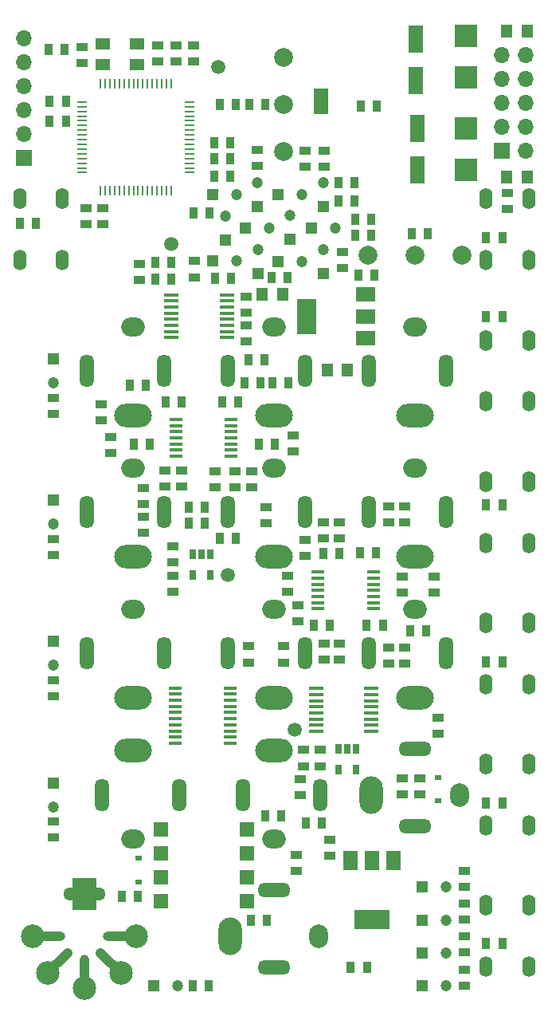
<source format=gbs>
G04 #@! TF.FileFunction,Soldermask,Bot*
%FSLAX46Y46*%
G04 Gerber Fmt 4.6, Leading zero omitted, Abs format (unit mm)*
G04 Created by KiCad (PCBNEW 4.0.2-stable) date 2017-03-21 6:26:13 PM*
%MOMM*%
G01*
G04 APERTURE LIST*
%ADD10C,0.200000*%
%ADD11R,1.700000X1.700000*%
%ADD12O,1.700000X1.700000*%
%ADD13R,0.250000X1.000000*%
%ADD14R,1.000000X0.250000*%
%ADD15R,1.143000X0.812800*%
%ADD16R,1.143000X1.397000*%
%ADD17R,0.812800X1.143000*%
%ADD18R,1.600200X2.999740*%
%ADD19R,0.762000X0.609600*%
%ADD20R,2.397760X2.397760*%
%ADD21O,4.000000X2.500000*%
%ADD22O,2.500000X2.000000*%
%ADD23O,1.500000X3.500000*%
%ADD24O,2.500000X4.000000*%
%ADD25O,2.000000X2.500000*%
%ADD26O,3.500000X1.500000*%
%ADD27R,1.500000X1.500000*%
%ADD28R,1.600000X2.800000*%
%ADD29C,1.500000*%
%ADD30O,1.400000X2.200000*%
%ADD31O,1.400000X2.250000*%
%ADD32R,2.000000X3.800000*%
%ADD33R,2.000000X1.500000*%
%ADD34R,3.800000X2.000000*%
%ADD35R,1.500000X2.000000*%
%ADD36R,1.500000X0.450000*%
%ADD37R,1.450000X0.450000*%
%ADD38R,0.650000X1.060000*%
%ADD39R,1.500000X0.400000*%
%ADD40C,1.998980*%
%ADD41R,1.600000X1.250000*%
%ADD42R,1.200000X1.200000*%
%ADD43C,1.200000*%
%ADD44C,2.500000*%
%ADD45R,2.500000X3.500000*%
%ADD46O,4.500000X1.350000*%
%ADD47O,4.200000X1.000000*%
%ADD48O,1.000000X4.200000*%
%ADD49C,1.000000*%
G04 APERTURE END LIST*
D10*
D11*
X159500000Y-52200000D03*
D12*
X162040000Y-52200000D03*
X159500000Y-49660000D03*
X162040000Y-49660000D03*
X159500000Y-47120000D03*
X162040000Y-47120000D03*
X159500000Y-44580000D03*
X162040000Y-44580000D03*
X159500000Y-42040000D03*
X162040000Y-42040000D03*
D13*
X116850000Y-45100000D03*
X117350000Y-45100000D03*
X117850000Y-45100000D03*
X118350000Y-45100000D03*
X118850000Y-45100000D03*
X119350000Y-45100000D03*
X119850000Y-45100000D03*
X120350000Y-45100000D03*
X120850000Y-45100000D03*
X121350000Y-45100000D03*
X121850000Y-45100000D03*
X122350000Y-45100000D03*
X122850000Y-45100000D03*
X123350000Y-45100000D03*
X123850000Y-45100000D03*
X124350000Y-45100000D03*
D14*
X126300000Y-47050000D03*
X126300000Y-47550000D03*
X126300000Y-48050000D03*
X126300000Y-48550000D03*
X126300000Y-49050000D03*
X126300000Y-49550000D03*
X126300000Y-50050000D03*
X126300000Y-50550000D03*
X126300000Y-51050000D03*
X126300000Y-51550000D03*
X126300000Y-52050000D03*
X126300000Y-52550000D03*
X126300000Y-53050000D03*
X126300000Y-53550000D03*
X126300000Y-54050000D03*
X126300000Y-54550000D03*
D13*
X124350000Y-56500000D03*
X123850000Y-56500000D03*
X123350000Y-56500000D03*
X122850000Y-56500000D03*
X122350000Y-56500000D03*
X121850000Y-56500000D03*
X121350000Y-56500000D03*
X120850000Y-56500000D03*
X120350000Y-56500000D03*
X119850000Y-56500000D03*
X119350000Y-56500000D03*
X118850000Y-56500000D03*
X118350000Y-56500000D03*
X117850000Y-56500000D03*
X117350000Y-56500000D03*
X116850000Y-56500000D03*
D14*
X114900000Y-54550000D03*
X114900000Y-54050000D03*
X114900000Y-53550000D03*
X114900000Y-53050000D03*
X114900000Y-52550000D03*
X114900000Y-52050000D03*
X114900000Y-51550000D03*
X114900000Y-51050000D03*
X114900000Y-50550000D03*
X114900000Y-50050000D03*
X114900000Y-49550000D03*
X114900000Y-49050000D03*
X114900000Y-48550000D03*
X114900000Y-48050000D03*
X114900000Y-47550000D03*
X114900000Y-47050000D03*
D15*
X132300000Y-70749100D03*
X132300000Y-72450900D03*
D16*
X143079500Y-75500000D03*
X140920500Y-75500000D03*
D15*
X141250000Y-125399100D03*
X141250000Y-127100900D03*
D17*
X124350900Y-65900000D03*
X122649100Y-65900000D03*
X130750900Y-65800000D03*
X129049100Y-65800000D03*
D15*
X121000000Y-64249100D03*
X121000000Y-65950900D03*
D16*
X134020500Y-67500000D03*
X136179500Y-67500000D03*
D17*
X131450900Y-78900000D03*
X129749100Y-78900000D03*
D15*
X129000000Y-87950900D03*
X129000000Y-86249100D03*
X125500000Y-87850900D03*
X125500000Y-86149100D03*
D17*
X123749100Y-78900000D03*
X125450900Y-78900000D03*
D15*
X140200000Y-115849100D03*
X140200000Y-117550900D03*
X152750000Y-114100900D03*
X152750000Y-112399100D03*
X114900000Y-42950900D03*
X114900000Y-41249100D03*
X122900000Y-41049100D03*
X122900000Y-42750900D03*
D17*
X113050900Y-41500000D03*
X111349100Y-41500000D03*
X128949100Y-51400000D03*
X130650900Y-51400000D03*
D15*
X138600000Y-95250900D03*
X138600000Y-93549100D03*
X137800000Y-100449100D03*
X137800000Y-102150900D03*
X152300000Y-99150900D03*
X152300000Y-97449100D03*
D17*
X149749100Y-103200000D03*
X151450900Y-103200000D03*
X140549100Y-95000000D03*
X142250900Y-95000000D03*
X139549100Y-102600000D03*
X141250900Y-102600000D03*
X146150900Y-94900000D03*
X144449100Y-94900000D03*
X146850900Y-102600000D03*
X145149100Y-102600000D03*
D15*
X115300000Y-58349100D03*
X115300000Y-60050900D03*
D17*
X129549100Y-47300000D03*
X131250900Y-47300000D03*
X128949100Y-54900000D03*
X130650900Y-54900000D03*
X113150900Y-47000000D03*
X111449100Y-47000000D03*
X128949100Y-53100000D03*
X130650900Y-53100000D03*
D15*
X117100000Y-58349100D03*
X117100000Y-60050900D03*
X126700000Y-42750900D03*
X126700000Y-41049100D03*
D17*
X133649100Y-83400000D03*
X135350900Y-83400000D03*
X120349100Y-83400000D03*
X122050900Y-83400000D03*
D15*
X136700000Y-99050900D03*
X136700000Y-97349100D03*
X148900000Y-97449100D03*
X148900000Y-99150900D03*
X148900000Y-120550900D03*
X148900000Y-118849100D03*
X136300000Y-104849100D03*
X136300000Y-106550900D03*
X124500000Y-97349100D03*
X124500000Y-99050900D03*
X124500000Y-95950900D03*
X124500000Y-94249100D03*
D17*
X146250900Y-47500000D03*
X144549100Y-47500000D03*
D15*
X160100000Y-58450900D03*
X160100000Y-56749100D03*
D18*
X150400000Y-40400360D03*
X150400000Y-44799640D03*
X150500000Y-49900360D03*
X150500000Y-54299640D03*
D17*
X134350900Y-47300000D03*
X132649100Y-47300000D03*
X149949100Y-61000000D03*
X151650900Y-61000000D03*
X132849100Y-133900000D03*
X134550900Y-133900000D03*
D19*
X152700000Y-118755400D03*
X152700000Y-121244600D03*
X120900000Y-127355400D03*
X120900000Y-129844600D03*
D20*
X155700000Y-44399640D03*
X155700000Y-40000360D03*
X155700000Y-54299640D03*
X155700000Y-49900360D03*
D21*
X135300000Y-115900000D03*
D22*
X135300000Y-125300000D03*
D23*
X140200000Y-120600000D03*
X132000000Y-120600000D03*
D24*
X130600000Y-135600000D03*
D25*
X140000000Y-135600000D03*
D26*
X135300000Y-130700000D03*
X135300000Y-138900000D03*
D21*
X135300000Y-95300000D03*
D22*
X135300000Y-85900000D03*
D23*
X130400000Y-90600000D03*
X138600000Y-90600000D03*
D21*
X135300000Y-110300000D03*
D22*
X135300000Y-100900000D03*
D23*
X130400000Y-105600000D03*
X138600000Y-105600000D03*
D21*
X135300000Y-80300000D03*
D22*
X135300000Y-70900000D03*
D23*
X130400000Y-75600000D03*
X138600000Y-75600000D03*
D21*
X120300000Y-80300000D03*
D22*
X120300000Y-70900000D03*
D23*
X115400000Y-75600000D03*
X123600000Y-75600000D03*
D21*
X120300000Y-95300000D03*
D22*
X120300000Y-85900000D03*
D23*
X115400000Y-90600000D03*
X123600000Y-90600000D03*
D21*
X120300000Y-110300000D03*
D22*
X120300000Y-100900000D03*
D23*
X115400000Y-105600000D03*
X123600000Y-105600000D03*
D21*
X120300000Y-115900000D03*
D22*
X120300000Y-125300000D03*
D23*
X125200000Y-120600000D03*
X117000000Y-120600000D03*
D21*
X150300000Y-80300000D03*
D22*
X150300000Y-70900000D03*
D23*
X145400000Y-75600000D03*
X153600000Y-75600000D03*
D21*
X150300000Y-95300000D03*
D22*
X150300000Y-85900000D03*
D23*
X145400000Y-90600000D03*
X153600000Y-90600000D03*
D21*
X150300000Y-110300000D03*
D22*
X150300000Y-100900000D03*
D23*
X145400000Y-105600000D03*
X153600000Y-105600000D03*
D24*
X145600000Y-120600000D03*
D25*
X155000000Y-120600000D03*
D26*
X150300000Y-115700000D03*
X150300000Y-123900000D03*
D15*
X132300000Y-69450900D03*
X132300000Y-67749100D03*
X124900000Y-41049100D03*
X124900000Y-42750900D03*
D27*
X123228000Y-129370000D03*
X123228000Y-126830000D03*
X123228000Y-124290000D03*
X123228000Y-131910000D03*
X132372000Y-131910000D03*
X132372000Y-129370000D03*
X132372000Y-126830000D03*
X132372000Y-124290000D03*
D28*
X140250000Y-47000000D03*
D29*
X124400000Y-62100000D03*
X130400000Y-97300000D03*
X137500000Y-113700000D03*
D11*
X108700000Y-53000000D03*
D12*
X108700000Y-50460000D03*
X108700000Y-47920000D03*
X108700000Y-45380000D03*
X108700000Y-42840000D03*
X108700000Y-40300000D03*
D29*
X129400000Y-43300000D03*
D17*
X143449100Y-138900000D03*
X145150900Y-138900000D03*
X124350900Y-64100000D03*
X122649100Y-64100000D03*
X140350900Y-123600000D03*
X138649100Y-123600000D03*
X136050900Y-122800000D03*
X134349100Y-122800000D03*
D15*
X134400000Y-90049100D03*
X134400000Y-91750900D03*
X132600000Y-104849100D03*
X132600000Y-106550900D03*
D17*
X132549100Y-74400000D03*
X134250900Y-74400000D03*
D15*
X137300000Y-82449100D03*
X137300000Y-84150900D03*
X132900000Y-86249100D03*
X132900000Y-87950900D03*
X123700000Y-86149100D03*
X123700000Y-87850900D03*
X117900000Y-82649100D03*
X117900000Y-84350900D03*
D17*
X127950900Y-90100000D03*
X126249100Y-90100000D03*
X126249100Y-91800000D03*
X127950900Y-91800000D03*
D15*
X131100000Y-87950900D03*
X131100000Y-86249100D03*
X121400000Y-89750900D03*
X121400000Y-88049100D03*
X116900000Y-79149100D03*
X116900000Y-80850900D03*
D17*
X135149100Y-76900000D03*
X136850900Y-76900000D03*
X133850900Y-76900000D03*
X132149100Y-76900000D03*
X131250900Y-93400000D03*
X129549100Y-93400000D03*
D15*
X121400000Y-91049100D03*
X121400000Y-92750900D03*
D17*
X119949100Y-77100000D03*
X121650900Y-77100000D03*
D15*
X140600000Y-53950900D03*
X140600000Y-52249100D03*
X133500000Y-52149100D03*
X133500000Y-53850900D03*
X138600000Y-52249100D03*
X138600000Y-53950900D03*
D17*
X143850900Y-55600000D03*
X142149100Y-55600000D03*
X126749100Y-58800000D03*
X128450900Y-58800000D03*
X143850900Y-57600000D03*
X142149100Y-57600000D03*
X145650900Y-59500000D03*
X143949100Y-59500000D03*
X145650900Y-61200000D03*
X143949100Y-61200000D03*
D15*
X126800000Y-65650900D03*
X126800000Y-63949100D03*
D17*
X136750900Y-65700000D03*
X135049100Y-65700000D03*
X145950900Y-65400000D03*
X144249100Y-65400000D03*
D15*
X142600000Y-64650900D03*
X142600000Y-62949100D03*
X155500000Y-128649100D03*
X155500000Y-130350900D03*
X155500000Y-132149100D03*
X155500000Y-133850900D03*
X155500000Y-135649100D03*
X155500000Y-137350900D03*
X155500000Y-139149100D03*
X155500000Y-140850900D03*
X111800000Y-78449100D03*
X111800000Y-80150900D03*
D17*
X159550900Y-69800000D03*
X157849100Y-69800000D03*
X109950900Y-59900000D03*
X108249100Y-59900000D03*
D15*
X138100000Y-118949100D03*
X138100000Y-120650900D03*
X111800000Y-93449100D03*
X111800000Y-95150900D03*
X111800000Y-108449100D03*
X111800000Y-110150900D03*
D17*
X159550900Y-89800000D03*
X157849100Y-89800000D03*
X159550900Y-136400000D03*
X157849100Y-136400000D03*
D15*
X111800000Y-123449100D03*
X111800000Y-125150900D03*
X138400000Y-115849100D03*
X138400000Y-117550900D03*
D17*
X126649100Y-140900000D03*
X128350900Y-140900000D03*
X159550900Y-106500000D03*
X157849100Y-106500000D03*
X159550900Y-61500000D03*
X157849100Y-61500000D03*
X159550900Y-121500000D03*
X157849100Y-121500000D03*
D15*
X150800000Y-120550900D03*
X150800000Y-118849100D03*
D17*
X113150900Y-49100000D03*
X111449100Y-49100000D03*
D15*
X142200000Y-91649100D03*
X142200000Y-93350900D03*
X142200000Y-106250900D03*
X142200000Y-104549100D03*
X147500000Y-89949100D03*
X147500000Y-91650900D03*
X147500000Y-106650900D03*
X147500000Y-104949100D03*
X140500000Y-91649100D03*
X140500000Y-93350900D03*
X140600000Y-106250900D03*
X140600000Y-104549100D03*
X149200000Y-89949100D03*
X149200000Y-91650900D03*
X149200000Y-106650900D03*
X149200000Y-104949100D03*
D17*
X120850900Y-131400000D03*
X119149100Y-131400000D03*
D15*
X137700000Y-126949100D03*
X137700000Y-128650900D03*
D30*
X157850000Y-78850000D03*
X162350000Y-78850000D03*
D31*
X157850000Y-72350000D03*
X162350000Y-72350000D03*
D30*
X108250000Y-63850000D03*
X112750000Y-63850000D03*
D31*
X108250000Y-57350000D03*
X112750000Y-57350000D03*
D30*
X157850000Y-93850000D03*
X162350000Y-93850000D03*
D31*
X157850000Y-87350000D03*
X162350000Y-87350000D03*
D30*
X157850000Y-138850000D03*
X162350000Y-138850000D03*
D31*
X157850000Y-132350000D03*
X162350000Y-132350000D03*
D30*
X157850000Y-108850000D03*
X162350000Y-108850000D03*
D31*
X157850000Y-102350000D03*
X162350000Y-102350000D03*
D30*
X157850000Y-63850000D03*
X162350000Y-63850000D03*
D31*
X157850000Y-57350000D03*
X162350000Y-57350000D03*
D30*
X157850000Y-123850000D03*
X162350000Y-123850000D03*
D31*
X157850000Y-117350000D03*
X162350000Y-117350000D03*
D32*
X138750000Y-69800000D03*
D33*
X145050000Y-69800000D03*
X145050000Y-72100000D03*
X145050000Y-67500000D03*
D34*
X145700000Y-133850000D03*
D35*
X145700000Y-127550000D03*
X148000000Y-127550000D03*
X143400000Y-127550000D03*
D36*
X130250000Y-67525000D03*
X130250000Y-68175000D03*
X130250000Y-68825000D03*
X130250000Y-69475000D03*
X130250000Y-70125000D03*
X130250000Y-70775000D03*
X130250000Y-71425000D03*
X130250000Y-72075000D03*
X124350000Y-72075000D03*
X124350000Y-71425000D03*
X124350000Y-70775000D03*
X124350000Y-70125000D03*
X124350000Y-69475000D03*
X124350000Y-68825000D03*
X124350000Y-68175000D03*
X124350000Y-67525000D03*
D37*
X124750000Y-115125000D03*
X124750000Y-114475000D03*
X124750000Y-113825000D03*
X124750000Y-113175000D03*
X124750000Y-112525000D03*
X124750000Y-111875000D03*
X124750000Y-111225000D03*
X124750000Y-110575000D03*
X124750000Y-109925000D03*
X124750000Y-109275000D03*
X130650000Y-109275000D03*
X130650000Y-109925000D03*
X130650000Y-110575000D03*
X130650000Y-111225000D03*
X130650000Y-111875000D03*
X130650000Y-112525000D03*
X130650000Y-113175000D03*
X130650000Y-113825000D03*
X130650000Y-114475000D03*
X130650000Y-115125000D03*
X130750000Y-80750000D03*
X130750000Y-81400000D03*
X130750000Y-82050000D03*
X130750000Y-82700000D03*
X130750000Y-83350000D03*
X130750000Y-84000000D03*
X130750000Y-84650000D03*
X124850000Y-84650000D03*
X124850000Y-84000000D03*
X124850000Y-83350000D03*
X124850000Y-82700000D03*
X124850000Y-82050000D03*
X124850000Y-81400000D03*
X124850000Y-80750000D03*
D38*
X126650000Y-95100000D03*
X127600000Y-95100000D03*
X128550000Y-95100000D03*
X128550000Y-97300000D03*
X126650000Y-97300000D03*
X142150000Y-115700000D03*
X143100000Y-115700000D03*
X144050000Y-115700000D03*
X144050000Y-117900000D03*
X142150000Y-117900000D03*
D39*
X139750000Y-113875000D03*
X139750000Y-113225000D03*
X139750000Y-112575000D03*
X139750000Y-111925000D03*
X139750000Y-111275000D03*
X139750000Y-110625000D03*
X139750000Y-109975000D03*
X139750000Y-109325000D03*
X145650000Y-109325000D03*
X145650000Y-109975000D03*
X145650000Y-110625000D03*
X145650000Y-111275000D03*
X145650000Y-111925000D03*
X145650000Y-112575000D03*
X145650000Y-113225000D03*
X145650000Y-113875000D03*
D37*
X139950000Y-100850000D03*
X139950000Y-100200000D03*
X139950000Y-99550000D03*
X139950000Y-98900000D03*
X139950000Y-98250000D03*
X139950000Y-97600000D03*
X139950000Y-96950000D03*
X145850000Y-96950000D03*
X145850000Y-97600000D03*
X145850000Y-98250000D03*
X145850000Y-98900000D03*
X145850000Y-99550000D03*
X145850000Y-100200000D03*
X145850000Y-100850000D03*
D40*
X150300000Y-63300000D03*
X155300000Y-63300000D03*
X145300000Y-63300000D03*
X136300000Y-47300000D03*
X136300000Y-42300000D03*
X136300000Y-52300000D03*
D41*
X117050000Y-40900000D03*
X117050000Y-43100000D03*
X120750000Y-40900000D03*
X120750000Y-43100000D03*
D42*
X151030000Y-140900000D03*
D43*
X153570000Y-140900000D03*
D42*
X139230000Y-60400000D03*
D43*
X141770000Y-60400000D03*
D42*
X122530000Y-140900000D03*
D43*
X125070000Y-140900000D03*
D42*
X111800000Y-119330000D03*
D43*
X111800000Y-121870000D03*
D42*
X111800000Y-104330000D03*
D43*
X111800000Y-106870000D03*
D42*
X111800000Y-89330000D03*
D43*
X111800000Y-91870000D03*
D42*
X111800000Y-74330000D03*
D43*
X111800000Y-76870000D03*
D42*
X151030000Y-137400000D03*
D43*
X153570000Y-137400000D03*
D42*
X151030000Y-133900000D03*
D43*
X153570000Y-133900000D03*
D42*
X151030000Y-130400000D03*
D43*
X153570000Y-130400000D03*
D42*
X140500000Y-65240000D03*
D43*
X140500000Y-62700000D03*
D42*
X135730000Y-64000000D03*
D43*
X138270000Y-64000000D03*
D42*
X133600000Y-65240000D03*
D43*
X133600000Y-62700000D03*
D42*
X128760000Y-63900000D03*
D43*
X131300000Y-63900000D03*
D42*
X137000000Y-61640000D03*
D43*
X137000000Y-59100000D03*
D42*
X132260000Y-60400000D03*
D43*
X134800000Y-60400000D03*
D42*
X130100000Y-61740000D03*
D43*
X130100000Y-59200000D03*
D42*
X140500000Y-58170000D03*
D43*
X140500000Y-55630000D03*
D42*
X135730000Y-56900000D03*
D43*
X138270000Y-56900000D03*
D42*
X133500000Y-58170000D03*
D43*
X133500000Y-55630000D03*
D42*
X128730000Y-56900000D03*
D43*
X131270000Y-56900000D03*
D16*
X160020500Y-39500000D03*
X162179500Y-39500000D03*
X160020500Y-55000000D03*
X162179500Y-55000000D03*
D44*
X109600000Y-135600000D03*
X120600000Y-135600000D03*
X115100000Y-141100000D03*
D45*
X115100000Y-131100000D03*
D44*
X111210000Y-139490000D03*
X118990000Y-139490000D03*
D46*
X115100000Y-131100000D03*
D47*
X111000000Y-135600000D03*
X119200000Y-135600000D03*
D48*
X115100000Y-139700000D03*
D49*
X111068629Y-139631371D02*
X113331371Y-137368629D01*
X116868629Y-137368629D02*
X119131371Y-139631371D01*
M02*

</source>
